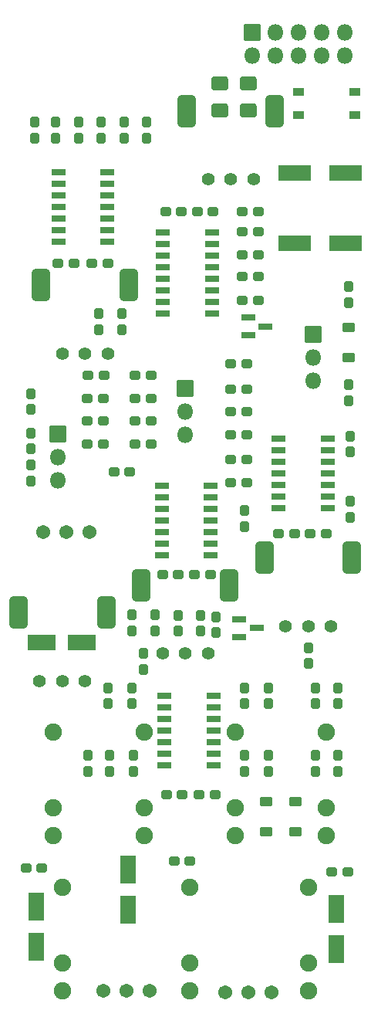
<source format=gbs>
G04 #@! TF.GenerationSoftware,KiCad,Pcbnew,(6.0.0)*
G04 #@! TF.CreationDate,2022-01-27T02:03:32+01:00*
G04 #@! TF.ProjectId,Schraeg,53636872-6165-4672-9e6b-696361645f70,rev?*
G04 #@! TF.SameCoordinates,Original*
G04 #@! TF.FileFunction,Soldermask,Bot*
G04 #@! TF.FilePolarity,Negative*
%FSLAX46Y46*%
G04 Gerber Fmt 4.6, Leading zero omitted, Abs format (unit mm)*
G04 Created by KiCad (PCBNEW (6.0.0)) date 2022-01-27 02:03:32*
%MOMM*%
%LPD*%
G01*
G04 APERTURE LIST*
G04 Aperture macros list*
%AMRoundRect*
0 Rectangle with rounded corners*
0 $1 Rounding radius*
0 $2 $3 $4 $5 $6 $7 $8 $9 X,Y pos of 4 corners*
0 Add a 4 corners polygon primitive as box body*
4,1,4,$2,$3,$4,$5,$6,$7,$8,$9,$2,$3,0*
0 Add four circle primitives for the rounded corners*
1,1,$1+$1,$2,$3*
1,1,$1+$1,$4,$5*
1,1,$1+$1,$6,$7*
1,1,$1+$1,$8,$9*
0 Add four rect primitives between the rounded corners*
20,1,$1+$1,$2,$3,$4,$5,0*
20,1,$1+$1,$4,$5,$6,$7,0*
20,1,$1+$1,$6,$7,$8,$9,0*
20,1,$1+$1,$8,$9,$2,$3,0*%
G04 Aperture macros list end*
%ADD10C,1.902000*%
%ADD11RoundRect,0.551000X-0.500000X-1.250000X0.500000X-1.250000X0.500000X1.250000X-0.500000X1.250000X0*%
%ADD12C,1.402000*%
%ADD13RoundRect,0.051000X-0.850000X-0.850000X0.850000X-0.850000X0.850000X0.850000X-0.850000X0.850000X0*%
%ADD14O,1.802000X1.802000*%
%ADD15RoundRect,0.288500X-0.287500X-0.237500X0.287500X-0.237500X0.287500X0.237500X-0.287500X0.237500X0*%
%ADD16RoundRect,0.301001X0.624999X-0.462499X0.624999X0.462499X-0.624999X0.462499X-0.624999X-0.462499X0*%
%ADD17RoundRect,0.288500X0.237500X-0.287500X0.237500X0.287500X-0.237500X0.287500X-0.237500X-0.287500X0*%
%ADD18RoundRect,0.288500X-0.237500X0.287500X-0.237500X-0.287500X0.237500X-0.287500X0.237500X0.287500X0*%
%ADD19RoundRect,0.051000X-0.600000X0.450000X-0.600000X-0.450000X0.600000X-0.450000X0.600000X0.450000X0*%
%ADD20RoundRect,0.051000X0.750000X0.300000X-0.750000X0.300000X-0.750000X-0.300000X0.750000X-0.300000X0*%
%ADD21RoundRect,0.051000X-1.500000X-0.800000X1.500000X-0.800000X1.500000X0.800000X-1.500000X0.800000X0*%
%ADD22RoundRect,0.051000X0.800000X-1.500000X0.800000X1.500000X-0.800000X1.500000X-0.800000X-1.500000X0*%
%ADD23RoundRect,0.288500X0.287500X0.237500X-0.287500X0.237500X-0.287500X-0.237500X0.287500X-0.237500X0*%
%ADD24RoundRect,0.051000X-1.750000X-0.800000X1.750000X-0.800000X1.750000X0.800000X-1.750000X0.800000X0*%
%ADD25RoundRect,0.051000X0.600000X-0.450000X0.600000X0.450000X-0.600000X0.450000X-0.600000X-0.450000X0*%
%ADD26RoundRect,0.051000X-0.500000X-0.400000X0.500000X-0.400000X0.500000X0.400000X-0.500000X0.400000X0*%
%ADD27RoundRect,0.051000X-0.850000X0.850000X-0.850000X-0.850000X0.850000X-0.850000X0.850000X0.850000X0*%
%ADD28C,1.542000*%
%ADD29RoundRect,0.201000X-0.587500X-0.150000X0.587500X-0.150000X0.587500X0.150000X-0.587500X0.150000X0*%
G04 APERTURE END LIST*
D10*
X50000000Y-99480000D03*
X50000000Y-96380000D03*
X50000000Y-88080000D03*
X65000000Y-116480000D03*
X65000000Y-113380000D03*
X65000000Y-105080000D03*
D11*
X74300000Y-20000000D03*
X64674000Y-20000000D03*
D12*
X67000000Y-27500000D03*
X69500000Y-27500000D03*
X72000000Y-27500000D03*
D10*
X70000000Y-99480000D03*
X70000000Y-96380000D03*
X70000000Y-88080000D03*
X78000000Y-116480000D03*
X78000000Y-113380000D03*
X78000000Y-105080000D03*
D11*
X46174000Y-75000000D03*
X55800000Y-75000000D03*
D12*
X48500000Y-82500000D03*
X51000000Y-82500000D03*
X53500000Y-82500000D03*
D10*
X51000000Y-116480000D03*
X51000000Y-113380000D03*
X51000000Y-105080000D03*
D11*
X69300000Y-72000000D03*
X59674000Y-72000000D03*
D12*
X62000000Y-79500000D03*
X64500000Y-79500000D03*
X67000000Y-79500000D03*
D10*
X60000000Y-99480000D03*
X60000000Y-96380000D03*
X60000000Y-88080000D03*
D11*
X48674000Y-39100000D03*
X58300000Y-39100000D03*
D12*
X51000000Y-46600000D03*
X53500000Y-46600000D03*
X56000000Y-46600000D03*
D13*
X50500000Y-55460000D03*
D14*
X50500000Y-58000000D03*
X50500000Y-60540000D03*
D13*
X78500000Y-44460000D03*
D14*
X78500000Y-47000000D03*
X78500000Y-49540000D03*
D13*
X64500000Y-50460000D03*
D14*
X64500000Y-53000000D03*
X64500000Y-55540000D03*
D10*
X80000000Y-99480000D03*
X80000000Y-96380000D03*
X80000000Y-88080000D03*
D11*
X73174000Y-69000000D03*
X82800000Y-69000000D03*
D12*
X75500000Y-76500000D03*
X78000000Y-76500000D03*
X80500000Y-76500000D03*
D15*
X69500000Y-60750000D03*
X71250000Y-60750000D03*
X69500000Y-58250000D03*
X71250000Y-58250000D03*
D16*
X68250000Y-19975000D03*
X68250000Y-17000000D03*
D17*
X82400000Y-51750000D03*
X82400000Y-50000000D03*
D18*
X58600000Y-83250000D03*
X58600000Y-85000000D03*
D19*
X73400000Y-95700000D03*
X73400000Y-99000000D03*
D20*
X67400000Y-33355000D03*
X67400000Y-34625000D03*
X67400000Y-35895000D03*
X67400000Y-37165000D03*
X67400000Y-38435000D03*
X67400000Y-39705000D03*
X67400000Y-40975000D03*
X67400000Y-42245000D03*
X62000000Y-42245000D03*
X62000000Y-40975000D03*
X62000000Y-39705000D03*
X62000000Y-38435000D03*
X62000000Y-37165000D03*
X62000000Y-35895000D03*
X62000000Y-34625000D03*
X62000000Y-33355000D03*
D15*
X70750000Y-31000000D03*
X72500000Y-31000000D03*
D21*
X48700000Y-78300000D03*
X53100000Y-78300000D03*
D18*
X71000000Y-63800000D03*
X71000000Y-65550000D03*
D22*
X81100000Y-111900000D03*
X81100000Y-107500000D03*
X58200000Y-107600000D03*
X58200000Y-103200000D03*
X48100000Y-111600000D03*
X48100000Y-107200000D03*
D23*
X60750000Y-56500000D03*
X59000000Y-56500000D03*
X55572810Y-49000000D03*
X53822810Y-49000000D03*
D17*
X55000000Y-44000000D03*
X55000000Y-42250000D03*
X57500000Y-44000000D03*
X57500000Y-42250000D03*
D18*
X57750000Y-21250000D03*
X57750000Y-23000000D03*
X48000000Y-21250000D03*
X48000000Y-23000000D03*
D17*
X67818000Y-77216000D03*
X67818000Y-75466000D03*
X58600000Y-77000000D03*
X58600000Y-75250000D03*
D24*
X76500000Y-34500000D03*
X82100000Y-34500000D03*
X76500000Y-26800000D03*
X82100000Y-26800000D03*
D15*
X70750000Y-40750000D03*
X72500000Y-40750000D03*
X66000000Y-95000000D03*
X67750000Y-95000000D03*
X62400000Y-95000000D03*
X64150000Y-95000000D03*
X65500000Y-70800000D03*
X67250000Y-70800000D03*
X62000000Y-70800000D03*
X63750000Y-70800000D03*
X78200000Y-66300000D03*
X79950000Y-66300000D03*
X74750000Y-66300000D03*
X76500000Y-66300000D03*
X65800000Y-31000000D03*
X67550000Y-31000000D03*
X62325000Y-31000000D03*
X64075000Y-31000000D03*
X54250000Y-36750000D03*
X56000000Y-36750000D03*
X50500000Y-36750000D03*
X52250000Y-36750000D03*
D25*
X76600000Y-99000000D03*
X76600000Y-95700000D03*
X82383365Y-47074999D03*
X82383365Y-43774999D03*
D26*
X76925000Y-20470000D03*
X76925000Y-17930000D03*
X83075000Y-17930000D03*
X83075000Y-20470000D03*
D16*
X71400000Y-19975000D03*
X71400000Y-17000000D03*
D27*
X71840000Y-11400000D03*
D14*
X71840000Y-13940000D03*
X74380000Y-11400000D03*
X74380000Y-13940000D03*
X76920000Y-11400000D03*
X76920000Y-13940000D03*
X79460000Y-11400000D03*
X79460000Y-13940000D03*
X82000000Y-11400000D03*
X82000000Y-13940000D03*
D17*
X53800000Y-92400000D03*
X53800000Y-90650000D03*
X71000000Y-92400000D03*
X71000000Y-90650000D03*
D18*
X71000000Y-83250000D03*
X71000000Y-85000000D03*
X56200000Y-90650000D03*
X56200000Y-92400000D03*
X73600000Y-90650000D03*
X73600000Y-92400000D03*
D17*
X73600000Y-85000000D03*
X73600000Y-83250000D03*
X58800000Y-92400000D03*
X58800000Y-90650000D03*
X78800000Y-92400000D03*
X78800000Y-90650000D03*
X82400000Y-41000000D03*
X82400000Y-39250000D03*
D23*
X72500000Y-35750000D03*
X70750000Y-35750000D03*
D17*
X78800000Y-85000000D03*
X78800000Y-83250000D03*
X81200000Y-92400000D03*
X81200000Y-90650000D03*
D15*
X70750000Y-33250000D03*
X72500000Y-33250000D03*
D18*
X81200000Y-83250000D03*
X81200000Y-85000000D03*
D23*
X58400000Y-59600000D03*
X56650000Y-59600000D03*
D17*
X56000000Y-85000000D03*
X56000000Y-83250000D03*
D18*
X47500000Y-58825000D03*
X47500000Y-60575000D03*
D17*
X47500000Y-57050000D03*
X47500000Y-55300000D03*
D15*
X80600000Y-103400000D03*
X82350000Y-103400000D03*
D23*
X65000000Y-102200000D03*
X63250000Y-102200000D03*
X48750000Y-103000000D03*
X47000000Y-103000000D03*
D17*
X47500000Y-52750000D03*
X47500000Y-51000000D03*
D23*
X60750000Y-49000000D03*
X59000000Y-49000000D03*
X55500000Y-56500000D03*
X53750000Y-56500000D03*
D15*
X59000000Y-51500000D03*
X60750000Y-51500000D03*
D23*
X60750000Y-54000000D03*
X59000000Y-54000000D03*
D15*
X53750000Y-54000000D03*
X55500000Y-54000000D03*
D23*
X55500000Y-51500000D03*
X53750000Y-51500000D03*
D18*
X60250000Y-21250000D03*
X60250000Y-23000000D03*
D23*
X71250000Y-55500000D03*
X69500000Y-55500000D03*
D15*
X69500000Y-53000000D03*
X71250000Y-53000000D03*
D17*
X82600000Y-57400000D03*
X82600000Y-55650000D03*
D18*
X52750000Y-21250000D03*
X52750000Y-23000000D03*
X55250000Y-21250000D03*
X55250000Y-23000000D03*
D23*
X71250000Y-50500000D03*
X69500000Y-50500000D03*
X71250000Y-47750000D03*
X69500000Y-47750000D03*
D17*
X82600000Y-64550000D03*
X82600000Y-62800000D03*
D18*
X50250000Y-21250000D03*
X50250000Y-23000000D03*
X66200000Y-75300000D03*
X66200000Y-77050000D03*
X63700000Y-75300000D03*
X63700000Y-77050000D03*
D17*
X61200000Y-77000000D03*
X61200000Y-75250000D03*
D23*
X72500000Y-38150000D03*
X70750000Y-38150000D03*
D28*
X54000000Y-66200000D03*
X51460000Y-66200000D03*
X48920000Y-66200000D03*
X55500000Y-116500000D03*
X58040000Y-116500000D03*
X60580000Y-116500000D03*
D20*
X67600000Y-84090000D03*
X67600000Y-85360000D03*
X67600000Y-86630000D03*
X67600000Y-87900000D03*
X67600000Y-89170000D03*
X67600000Y-90440000D03*
X67600000Y-91710000D03*
X62200000Y-91710000D03*
X62200000Y-90440000D03*
X62200000Y-89170000D03*
X62200000Y-87900000D03*
X62200000Y-86630000D03*
X62200000Y-85360000D03*
X62200000Y-84090000D03*
X67300000Y-61090000D03*
X67300000Y-62360000D03*
X67300000Y-63630000D03*
X67300000Y-64900000D03*
X67300000Y-66170000D03*
X67300000Y-67440000D03*
X67300000Y-68710000D03*
X61900000Y-68710000D03*
X61900000Y-67440000D03*
X61900000Y-66170000D03*
X61900000Y-64900000D03*
X61900000Y-63630000D03*
X61900000Y-62360000D03*
X61900000Y-61090000D03*
X80100000Y-55890000D03*
X80100000Y-57160000D03*
X80100000Y-58430000D03*
X80100000Y-59700000D03*
X80100000Y-60970000D03*
X80100000Y-62240000D03*
X80100000Y-63510000D03*
X74700000Y-63510000D03*
X74700000Y-62240000D03*
X74700000Y-60970000D03*
X74700000Y-59700000D03*
X74700000Y-58430000D03*
X74700000Y-57160000D03*
X74700000Y-55890000D03*
X55950000Y-26690000D03*
X55950000Y-27960000D03*
X55950000Y-29230000D03*
X55950000Y-30500000D03*
X55950000Y-31770000D03*
X55950000Y-33040000D03*
X55950000Y-34310000D03*
X50550000Y-34310000D03*
X50550000Y-33040000D03*
X50550000Y-31770000D03*
X50550000Y-30500000D03*
X50550000Y-29230000D03*
X50550000Y-27960000D03*
X50550000Y-26690000D03*
D28*
X68900000Y-116600000D03*
X71440000Y-116600000D03*
X73980000Y-116600000D03*
D29*
X70436500Y-77658000D03*
X70436500Y-75758000D03*
X72311500Y-76708000D03*
X71374000Y-44572000D03*
X71374000Y-42672000D03*
X73249000Y-43622000D03*
D17*
X78000000Y-80600000D03*
X78000000Y-78850000D03*
D18*
X59900000Y-79500000D03*
X59900000Y-81250000D03*
M02*

</source>
